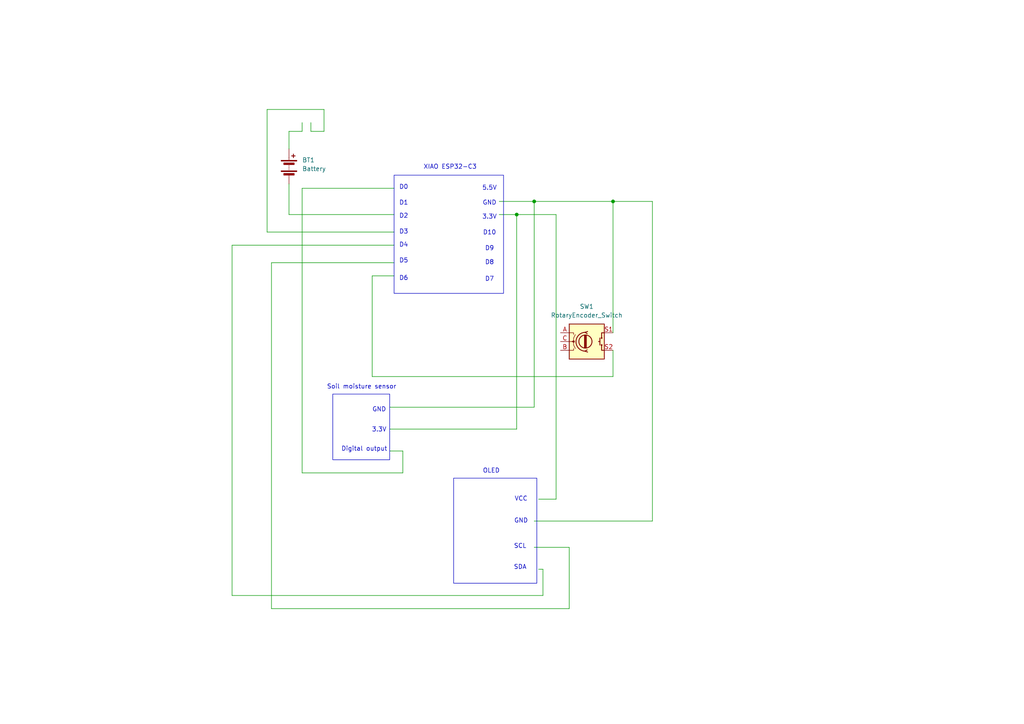
<source format=kicad_sch>
(kicad_sch (version 20250114) (generator "eeschema") (generator_version "9.0")
  (paper "A4")
  (lib_symbols
    (symbol "Device:Battery" (pin_numbers (hide yes)) (pin_names (offset 0) (hide yes))
      (property "Reference" "BT" (at 2.54 2.54 0))
      (property "Value" "Battery" (at 2.54 0 0))
      (symbol "Battery_0_1"
        (rectangle (start -2.286 1.778) (end 2.286 1.524) (fill (type outline)))
        (rectangle (start -2.286 -1.27) (end 2.286 -1.524) (fill (type outline)))
        (rectangle (start -1.524 1.016) (end 1.524 0.508) (fill (type outline)))
        (rectangle (start -1.524 -2.032) (end 1.524 -2.54) (fill (type outline)))
        (polyline (pts (xy 0 1.778) (xy 0 2.54)))
        (polyline (pts (xy 0 0) (xy 0 0.254)))
        (polyline (pts (xy 0 -0.508) (xy 0 -0.254)))
        (polyline (pts (xy 0 -1.016) (xy 0 -0.762)))
        (polyline (pts (xy 0.762 3.048) (xy 1.778 3.048)) (stroke (width 0.254)))
        (polyline (pts (xy 1.27 3.556) (xy 1.27 2.54)) (stroke (width 0.254)))
      )
      (symbol "Battery_1_1"
        (pin passive line (at 0 5.08 270) (length 2.54) (name "+") (number "1"))
        (pin passive line (at 0 -5.08 90) (length 2.54) (name "-") (number "2"))
      )
    )
    (symbol "Device:RotaryEncoder_Switch" (pin_names (offset 0.254) (hide yes))
      (property "Reference" "SW" (at 0 6.604 0))
      (property "Value" "RotaryEncoder_Switch" (at 0 -6.604 0))
      (symbol "RotaryEncoder_Switch_0_1"
        (rectangle (start -5.08 5.08) (end 5.08 -5.08) (stroke (width 0.254)) (fill (type background)))
        (polyline (pts (xy -5.08 2.54) (xy -3.81 2.54) (xy -3.81 2.032)))
        (polyline (pts (xy -5.08 0) (xy -3.81 0) (xy -3.81 -1.016) (xy -3.302 -2.032)))
        (polyline (pts (xy -5.08 -2.54) (xy -3.81 -2.54) (xy -3.81 -2.032)))
        (polyline (pts (xy -4.318 0) (xy -3.81 0) (xy -3.81 1.016) (xy -3.302 2.032)))
        (circle (center -3.81 0) (radius 0.254) (fill (type outline)))
        (polyline (pts (xy -0.635 -1.778) (xy -0.635 1.778)) (stroke (width 0.254)))
        (circle (center -0.381 0) (radius 1.905) (stroke (width 0.254)))
        (polyline (pts (xy -0.381 -1.778) (xy -0.381 1.778)) (stroke (width 0.254)))
        (arc (start -0.381 -2.794) (mid -3.0988 -0.0635) (end -0.381 2.667) (stroke (width 0.254)))
        (polyline (pts (xy -0.127 1.778) (xy -0.127 -1.778)) (stroke (width 0.254)))
        (polyline (pts (xy 0.254 2.921) (xy -0.508 2.667) (xy 0.127 2.286)) (stroke (width 0.254)))
        (polyline (pts (xy 0.254 -3.048) (xy -0.508 -2.794) (xy 0.127 -2.413)) (stroke (width 0.254)))
        (polyline (pts (xy 3.81 1.016) (xy 3.81 -1.016)) (stroke (width 0.254)))
        (polyline (pts (xy 3.81 0) (xy 3.429 0)) (stroke (width 0.254)))
        (circle (center 4.318 1.016) (radius 0.127) (stroke (width 0.254)))
        (circle (center 4.318 -1.016) (radius 0.127) (stroke (width 0.254)))
        (polyline (pts (xy 5.08 2.54) (xy 4.318 2.54) (xy 4.318 1.016)) (stroke (width 0.254)))
        (polyline (pts (xy 5.08 -2.54) (xy 4.318 -2.54) (xy 4.318 -1.016)) (stroke (width 0.254)))
      )
      (symbol "RotaryEncoder_Switch_1_1"
        (pin passive line (at -7.62 2.54 0) (length 2.54) (name "A") (number "A"))
        (pin passive line (at -7.62 0 0) (length 2.54) (name "C") (number "C"))
        (pin passive line (at -7.62 -2.54 0) (length 2.54) (name "B") (number "B"))
        (pin passive line (at 7.62 2.54 180) (length 2.54) (name "S1") (number "S1"))
        (pin passive line (at 7.62 -2.54 180) (length 2.54) (name "S2") (number "S2"))
      )
    )
  )
  (rectangle (start 114.3 50.8) (end 146.05 85.09))
  (rectangle (start 131.572 138.684) (end 155.702 169.164))
  (rectangle (start 96.52 114.3) (end 113.03 133.35))
  (text "D2" (at 117.094 62.738 0) (effects (font (size 1.27 1.27))))
  (text "SCL" (at 150.876 158.496 0) (effects (font (size 1.27 1.27))))
  (text "5.5V" (at 141.986 54.61 0) (effects (font (size 1.27 1.27))))
  (text "OLED" (at 142.494 136.652 0) (effects (font (size 1.27 1.27))))
  (text "XIAO ESP32-C3" (at 130.556 48.514 0) (effects (font (size 1.27 1.27))))
  (text "GND" (at 141.986 58.928 0) (effects (font (size 1.27 1.27))))
  (text "SDA" (at 150.876 164.592 0) (effects (font (size 1.27 1.27))))
  (text "3.3V" (at 141.986 62.992 0) (effects (font (size 1.27 1.27))))
  (text "3.3V" (at 109.982 124.714 0) (effects (font (size 1.27 1.27))))
  (text "D9" (at 141.986 72.136 0) (effects (font (size 1.27 1.27))))
  (text "D7" (at 141.986 81.026 0) (effects (font (size 1.27 1.27))))
  (text "D0" (at 117.094 54.356 0) (effects (font (size 1.27 1.27))))
  (text "Digital output" (at 105.664 130.302 0) (effects (font (size 1.27 1.27))))
  (text "D6" (at 117.094 80.772 0) (effects (font (size 1.27 1.27))))
  (text "D1" (at 117.094 58.928 0) (effects (font (size 1.27 1.27))))
  (text "D4" (at 117.094 71.12 0) (effects (font (size 1.27 1.27))))
  (text "GND" (at 109.982 118.872 0) (effects (font (size 1.27 1.27))))
  (text "D8" (at 141.986 76.2 0) (effects (font (size 1.27 1.27))))
  (text "VCC" (at 151.13 144.78 0) (effects (font (size 1.27 1.27))))
  (text "D3" (at 117.094 67.31 0) (effects (font (size 1.27 1.27))))
  (text "GND" (at 151.13 151.13 0) (effects (font (size 1.27 1.27))))
  (text "Soil moisture sensor" (at 104.902 112.268 0) (effects (font (size 1.27 1.27))))
  (text "D5" (at 117.094 75.692 0) (effects (font (size 1.27 1.27))))
  (text "D10" (at 141.986 67.564 0) (effects (font (size 1.27 1.27))))
  (junction (at 149.86 62.23))
  (junction (at 154.94 58.42))
  (junction (at 177.8 58.42))
  (wire (pts (xy 90.17 35.56) (xy 90.17 38.1)))
  (wire (pts (xy 177.8 101.6) (xy 177.8 109.22)))
  (wire (pts (xy 83.82 53.34) (xy 83.82 62.23)))
  (wire (pts (xy 113.03 118.11) (xy 154.94 118.11)))
  (wire (pts (xy 149.86 62.23) (xy 161.29 62.23)))
  (wire (pts (xy 157.48 172.72) (xy 67.31 172.72)))
  (wire (pts (xy 156.21 144.78) (xy 161.29 144.78)))
  (wire (pts (xy 144.78 62.23) (xy 149.86 62.23)))
  (wire (pts (xy 161.29 144.78) (xy 161.29 62.23)))
  (wire (pts (xy 156.21 165.1) (xy 157.48 165.1)))
  (wire (pts (xy 67.31 172.72) (xy 67.31 71.12)))
  (wire (pts (xy 154.94 118.11) (xy 154.94 58.42)))
  (wire (pts (xy 77.47 31.75) (xy 93.98 31.75)))
  (wire (pts (xy 93.98 38.1) (xy 90.17 38.1)))
  (wire (pts (xy 83.82 38.1) (xy 87.63 38.1)))
  (wire (pts (xy 83.82 43.18) (xy 83.82 38.1)))
  (wire (pts (xy 78.74 76.2) (xy 114.3 76.2)))
  (wire (pts (xy 87.63 54.61) (xy 114.3 54.61)))
  (wire (pts (xy 177.8 109.22) (xy 107.95 109.22)))
  (wire (pts (xy 189.23 151.13) (xy 189.23 58.42)))
  (wire (pts (xy 107.95 80.01) (xy 114.3 80.01)))
  (wire (pts (xy 114.3 67.31) (xy 77.47 67.31)))
  (wire (pts (xy 87.63 137.16) (xy 87.63 54.61)))
  (wire (pts (xy 149.86 124.46) (xy 149.86 62.23)))
  (wire (pts (xy 93.98 31.75) (xy 93.98 38.1)))
  (wire (pts (xy 83.82 62.23) (xy 114.3 62.23)))
  (wire (pts (xy 144.78 58.42) (xy 154.94 58.42)))
  (wire (pts (xy 107.95 109.22) (xy 107.95 80.01)))
  (wire (pts (xy 113.03 130.81) (xy 116.84 130.81)))
  (wire (pts (xy 165.1 176.53) (xy 78.74 176.53)))
  (wire (pts (xy 157.48 165.1) (xy 157.48 172.72)))
  (wire (pts (xy 78.74 176.53) (xy 78.74 76.2)))
  (wire (pts (xy 177.8 96.52) (xy 177.8 58.42)))
  (wire (pts (xy 67.31 71.12) (xy 114.3 71.12)))
  (wire (pts (xy 77.47 67.31) (xy 77.47 31.75)))
  (wire (pts (xy 154.94 58.42) (xy 177.8 58.42)))
  (wire (pts (xy 165.1 158.75) (xy 165.1 176.53)))
  (wire (pts (xy 154.94 151.13) (xy 189.23 151.13)))
  (wire (pts (xy 113.03 124.46) (xy 149.86 124.46)))
  (wire (pts (xy 116.84 130.81) (xy 116.84 137.16)))
  (wire (pts (xy 87.63 35.56) (xy 87.63 38.1)))
  (wire (pts (xy 116.84 137.16) (xy 87.63 137.16)))
  (wire (pts (xy 177.8 58.42) (xy 189.23 58.42)))
  (wire (pts (xy 154.94 158.75) (xy 165.1 158.75)))
  (symbol (lib_id "Device:Battery") (at 83.82 48.26 0) (unit 1)
    (property "Reference" "BT1" (at 87.63 46.4184 0) (effects (justify left)))
    (property "Value" "Battery" (at 87.63 48.9584 0) (effects (justify left)))
    (property "Description" "Multiple-cell battery" (effects (hide yes)))
  )
  (symbol (lib_id "Device:RotaryEncoder_Switch") (at 170.18 99.06 0) (unit 1)
    (property "Reference" "SW1" (at 170.18 88.9 0))
    (property "Value" "RotaryEncoder_Switch" (at 170.18 91.44 0))
    (property "Description" "Rotary encoder, dual channel, incremental quadrate outputs, with switch" (effects (hide yes)))
  )
)
</source>
